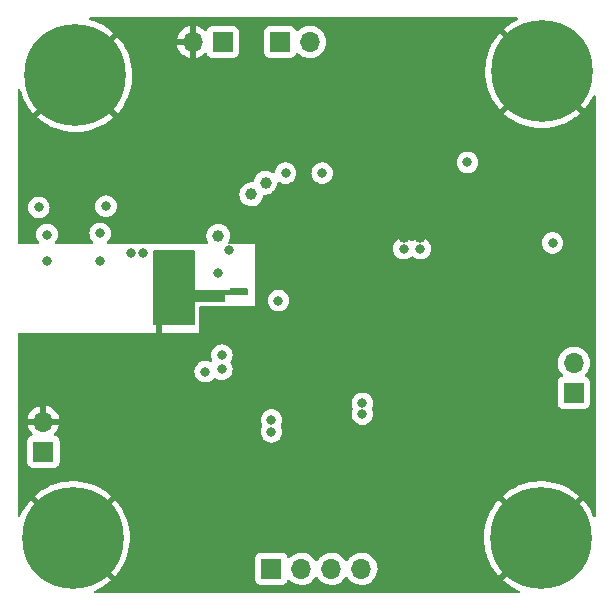
<source format=gbr>
%TF.GenerationSoftware,KiCad,Pcbnew,(6.0.7)*%
%TF.CreationDate,2023-05-29T18:59:42-07:00*%
%TF.ProjectId,STM32F4_Breakout,53544d33-3246-4345-9f42-7265616b6f75,rev?*%
%TF.SameCoordinates,Original*%
%TF.FileFunction,Copper,L2,Inr*%
%TF.FilePolarity,Positive*%
%FSLAX46Y46*%
G04 Gerber Fmt 4.6, Leading zero omitted, Abs format (unit mm)*
G04 Created by KiCad (PCBNEW (6.0.7)) date 2023-05-29 18:59:42*
%MOMM*%
%LPD*%
G01*
G04 APERTURE LIST*
%TA.AperFunction,ComponentPad*%
%ADD10R,1.700000X1.700000*%
%TD*%
%TA.AperFunction,ComponentPad*%
%ADD11O,1.700000X1.700000*%
%TD*%
%TA.AperFunction,ComponentPad*%
%ADD12C,0.900000*%
%TD*%
%TA.AperFunction,ComponentPad*%
%ADD13C,8.600000*%
%TD*%
%TA.AperFunction,ViaPad*%
%ADD14C,0.800000*%
%TD*%
%TA.AperFunction,ViaPad*%
%ADD15C,1.000000*%
%TD*%
%TA.AperFunction,Conductor*%
%ADD16C,0.500000*%
%TD*%
G04 APERTURE END LIST*
D10*
%TO.N,VCC*%
%TO.C,J1*%
X63100000Y-77075000D03*
D11*
%TO.N,GND*%
X63100000Y-74535000D03*
%TD*%
D10*
%TO.N,+3V3*%
%TO.C,J3*%
X78275000Y-42400000D03*
D11*
%TO.N,GND*%
X75735000Y-42400000D03*
%TD*%
D12*
%TO.N,GND*%
%TO.C,H2*%
X107480419Y-82119581D03*
X105200000Y-87625000D03*
X101975000Y-84400000D03*
X107480419Y-86680419D03*
D13*
X105200000Y-84400000D03*
D12*
X102919581Y-82119581D03*
X105200000Y-81175000D03*
X102919581Y-86680419D03*
X108425000Y-84400000D03*
%TD*%
D10*
%TO.N,USART1_TX*%
%TO.C,J6*%
X108000000Y-72100000D03*
D11*
%TO.N,USART1_RX*%
X108000000Y-69560000D03*
%TD*%
D12*
%TO.N,GND*%
%TO.C,H3*%
X103039162Y-47160838D03*
X108544581Y-44880419D03*
X107600000Y-47160838D03*
X102094581Y-44880419D03*
X105319581Y-48105419D03*
X107600000Y-42600000D03*
X105319581Y-41655419D03*
D13*
X105319581Y-44880419D03*
D12*
X103039162Y-42600000D03*
%TD*%
D10*
%TO.N,SPI1_CS*%
%TO.C,J5*%
X82400000Y-87000000D03*
D11*
%TO.N,SPI1_SCK*%
X84940000Y-87000000D03*
%TO.N,SPI1_MISO*%
X87480000Y-87000000D03*
%TO.N,SPI1_MOSI*%
X90020000Y-87000000D03*
%TD*%
D12*
%TO.N,GND*%
%TO.C,H4*%
X69025000Y-45200000D03*
X63519581Y-47480419D03*
X68080419Y-42919581D03*
X65800000Y-41975000D03*
D13*
X65800000Y-45200000D03*
D12*
X68080419Y-47480419D03*
X65800000Y-48425000D03*
X62575000Y-45200000D03*
X63519581Y-42919581D03*
%TD*%
%TO.N,GND*%
%TO.C,H1*%
X67880419Y-86680419D03*
X68825000Y-84400000D03*
X63319581Y-86680419D03*
X65600000Y-87625000D03*
X62375000Y-84400000D03*
D13*
X65600000Y-84400000D03*
D12*
X67880419Y-82119581D03*
X65600000Y-81175000D03*
X63319581Y-82119581D03*
%TD*%
D10*
%TO.N,I2C1_SDA*%
%TO.C,J2*%
X83125000Y-42400000D03*
D11*
%TO.N,I2C1_SCL*%
X85665000Y-42400000D03*
%TD*%
D14*
%TO.N,GND*%
X92000000Y-71000000D03*
X108200000Y-55100000D03*
X80400000Y-72400000D03*
D15*
X93600000Y-58900000D03*
D14*
X72900000Y-65900000D03*
X108200000Y-56400000D03*
D15*
X93100000Y-71800000D03*
X61900000Y-68500000D03*
X95000000Y-58900000D03*
D14*
X87400000Y-74300000D03*
D15*
X61900000Y-71600000D03*
D14*
X88800000Y-75400000D03*
D15*
X77900000Y-57200000D03*
D14*
X71500000Y-60300000D03*
X92000000Y-72000000D03*
D15*
X96100000Y-61100000D03*
D14*
X70500000Y-60300000D03*
D15*
X64000000Y-70100000D03*
D14*
X108100000Y-52600000D03*
X78800000Y-60000000D03*
X80400000Y-73300000D03*
D15*
X82800000Y-55400000D03*
D14*
X78100000Y-65600000D03*
X72900000Y-67800000D03*
D15*
X61900000Y-70100000D03*
D14*
X75500000Y-60500000D03*
D15*
X64000000Y-71600000D03*
D14*
X77100000Y-65600000D03*
%TO.N,+3V3*%
X67900000Y-58600000D03*
X78200000Y-68900000D03*
D15*
X80700000Y-55300000D03*
D14*
X90100000Y-73000000D03*
X76800000Y-70300000D03*
X82400000Y-74400000D03*
X82400000Y-75400000D03*
X67900000Y-60900000D03*
X90100000Y-73900000D03*
D15*
X77900000Y-58800000D03*
D14*
X86700000Y-53500000D03*
X95000000Y-59900000D03*
X106200000Y-59400000D03*
X78200000Y-70100000D03*
X63400000Y-58700000D03*
X93600000Y-59900000D03*
X68400000Y-56300000D03*
D15*
X81900000Y-54300000D03*
D14*
X77880356Y-61975111D03*
X83600000Y-53500000D03*
X62700000Y-56400000D03*
X63400000Y-60900000D03*
%TO.N,NRST*%
X83000000Y-64300000D03*
X99000000Y-52600000D03*
%TD*%
D16*
%TO.N,GND*%
X72900000Y-67800000D02*
X72900000Y-65900000D01*
%TD*%
%TA.AperFunction,Conductor*%
%TO.N,GND*%
G36*
X103246227Y-40328502D02*
G01*
X103292720Y-40382158D01*
X103302824Y-40452432D01*
X103273330Y-40517012D01*
X103230857Y-40548926D01*
X103114714Y-40602469D01*
X103109745Y-40605033D01*
X102743162Y-40815403D01*
X102738429Y-40818406D01*
X102392001Y-41060528D01*
X102387560Y-41063936D01*
X102116057Y-41292158D01*
X102107612Y-41304875D01*
X102113720Y-41315348D01*
X102513074Y-41714702D01*
X102974373Y-42176002D01*
X103039161Y-42240790D01*
X103924459Y-43126087D01*
X107600000Y-46801628D01*
X108485298Y-47686925D01*
X108881726Y-48083353D01*
X108895484Y-48090865D01*
X108904844Y-48084408D01*
X109073825Y-47891722D01*
X109077325Y-47887354D01*
X109326654Y-47546064D01*
X109329749Y-47541406D01*
X109547741Y-47179322D01*
X109550422Y-47174383D01*
X109652204Y-46965237D01*
X109699998Y-46912737D01*
X109768589Y-46894411D01*
X109836199Y-46916077D01*
X109881362Y-46970856D01*
X109891500Y-47020373D01*
X109891500Y-82527958D01*
X109871498Y-82596079D01*
X109817842Y-82642572D01*
X109747568Y-82652676D01*
X109682988Y-82623182D01*
X109649474Y-82577089D01*
X109545107Y-82330618D01*
X109542683Y-82325536D01*
X109343936Y-81952535D01*
X109341085Y-81947713D01*
X109109974Y-81593865D01*
X109106692Y-81589297D01*
X108845030Y-81257380D01*
X108841382Y-81253155D01*
X108788103Y-81196715D01*
X108774389Y-81188705D01*
X108773517Y-81188742D01*
X108765438Y-81193772D01*
X108365717Y-81593493D01*
X107480419Y-82478790D01*
X106954332Y-83004878D01*
X103804879Y-86154331D01*
X102919581Y-87039628D01*
X102393494Y-87565716D01*
X101996736Y-87962474D01*
X101989122Y-87976418D01*
X101989171Y-87977110D01*
X101994617Y-87985274D01*
X102072268Y-88057812D01*
X102076507Y-88061433D01*
X102409802Y-88321363D01*
X102414359Y-88324602D01*
X102769448Y-88553880D01*
X102774250Y-88556686D01*
X103148316Y-88753491D01*
X103153374Y-88755871D01*
X103377074Y-88849218D01*
X103432238Y-88893911D01*
X103454482Y-88961333D01*
X103436744Y-89030078D01*
X103384655Y-89078320D01*
X103328551Y-89091500D01*
X67472960Y-89091500D01*
X67404839Y-89071498D01*
X67358346Y-89017842D01*
X67348242Y-88947568D01*
X67377736Y-88882988D01*
X67423222Y-88849732D01*
X67692126Y-88734202D01*
X67697169Y-88731764D01*
X68069131Y-88531063D01*
X68073935Y-88528188D01*
X68426563Y-88295231D01*
X68431126Y-88291916D01*
X68761658Y-88028529D01*
X68765873Y-88024852D01*
X68803823Y-87988649D01*
X68811763Y-87974890D01*
X68811713Y-87973843D01*
X68806822Y-87966032D01*
X68738924Y-87898134D01*
X81041500Y-87898134D01*
X81048255Y-87960316D01*
X81099385Y-88096705D01*
X81186739Y-88213261D01*
X81303295Y-88300615D01*
X81439684Y-88351745D01*
X81501866Y-88358500D01*
X83298134Y-88358500D01*
X83360316Y-88351745D01*
X83496705Y-88300615D01*
X83613261Y-88213261D01*
X83700615Y-88096705D01*
X83739156Y-87993898D01*
X83744598Y-87979382D01*
X83787240Y-87922618D01*
X83853802Y-87897918D01*
X83923150Y-87913126D01*
X83957817Y-87941114D01*
X83986250Y-87973938D01*
X84123996Y-88088297D01*
X84150420Y-88110234D01*
X84158126Y-88116632D01*
X84351000Y-88229338D01*
X84559692Y-88309030D01*
X84564760Y-88310061D01*
X84564763Y-88310062D01*
X84620310Y-88321363D01*
X84778597Y-88353567D01*
X84783772Y-88353757D01*
X84783774Y-88353757D01*
X84996673Y-88361564D01*
X84996677Y-88361564D01*
X85001837Y-88361753D01*
X85006957Y-88361097D01*
X85006959Y-88361097D01*
X85218288Y-88334025D01*
X85218289Y-88334025D01*
X85223416Y-88333368D01*
X85228366Y-88331883D01*
X85432429Y-88270661D01*
X85432434Y-88270659D01*
X85437384Y-88269174D01*
X85637994Y-88170896D01*
X85819860Y-88041173D01*
X85867301Y-87993898D01*
X85963616Y-87897918D01*
X85978096Y-87883489D01*
X86108453Y-87702077D01*
X86109776Y-87703028D01*
X86156645Y-87659857D01*
X86226580Y-87647625D01*
X86292026Y-87675144D01*
X86319875Y-87706994D01*
X86379987Y-87805088D01*
X86526250Y-87973938D01*
X86663996Y-88088297D01*
X86690420Y-88110234D01*
X86698126Y-88116632D01*
X86891000Y-88229338D01*
X87099692Y-88309030D01*
X87104760Y-88310061D01*
X87104763Y-88310062D01*
X87160310Y-88321363D01*
X87318597Y-88353567D01*
X87323772Y-88353757D01*
X87323774Y-88353757D01*
X87536673Y-88361564D01*
X87536677Y-88361564D01*
X87541837Y-88361753D01*
X87546957Y-88361097D01*
X87546959Y-88361097D01*
X87758288Y-88334025D01*
X87758289Y-88334025D01*
X87763416Y-88333368D01*
X87768366Y-88331883D01*
X87972429Y-88270661D01*
X87972434Y-88270659D01*
X87977384Y-88269174D01*
X88177994Y-88170896D01*
X88359860Y-88041173D01*
X88407301Y-87993898D01*
X88503616Y-87897918D01*
X88518096Y-87883489D01*
X88648453Y-87702077D01*
X88649776Y-87703028D01*
X88696645Y-87659857D01*
X88766580Y-87647625D01*
X88832026Y-87675144D01*
X88859875Y-87706994D01*
X88919987Y-87805088D01*
X89066250Y-87973938D01*
X89203996Y-88088297D01*
X89230420Y-88110234D01*
X89238126Y-88116632D01*
X89431000Y-88229338D01*
X89639692Y-88309030D01*
X89644760Y-88310061D01*
X89644763Y-88310062D01*
X89700310Y-88321363D01*
X89858597Y-88353567D01*
X89863772Y-88353757D01*
X89863774Y-88353757D01*
X90076673Y-88361564D01*
X90076677Y-88361564D01*
X90081837Y-88361753D01*
X90086957Y-88361097D01*
X90086959Y-88361097D01*
X90298288Y-88334025D01*
X90298289Y-88334025D01*
X90303416Y-88333368D01*
X90308366Y-88331883D01*
X90512429Y-88270661D01*
X90512434Y-88270659D01*
X90517384Y-88269174D01*
X90717994Y-88170896D01*
X90899860Y-88041173D01*
X90947301Y-87993898D01*
X91043616Y-87897918D01*
X91058096Y-87883489D01*
X91188453Y-87702077D01*
X91209320Y-87659857D01*
X91285136Y-87506453D01*
X91285137Y-87506451D01*
X91287430Y-87501811D01*
X91352370Y-87288069D01*
X91381529Y-87066590D01*
X91383156Y-87000000D01*
X91364852Y-86777361D01*
X91310431Y-86560702D01*
X91221354Y-86355840D01*
X91181906Y-86294862D01*
X91102822Y-86172617D01*
X91102820Y-86172614D01*
X91100014Y-86168277D01*
X90949670Y-86003051D01*
X90945619Y-85999852D01*
X90945615Y-85999848D01*
X90778414Y-85867800D01*
X90778410Y-85867798D01*
X90774359Y-85864598D01*
X90578789Y-85756638D01*
X90573920Y-85754914D01*
X90573916Y-85754912D01*
X90373087Y-85683795D01*
X90373083Y-85683794D01*
X90368212Y-85682069D01*
X90363119Y-85681162D01*
X90363116Y-85681161D01*
X90153373Y-85643800D01*
X90153367Y-85643799D01*
X90148284Y-85642894D01*
X90074452Y-85641992D01*
X89930081Y-85640228D01*
X89930079Y-85640228D01*
X89924911Y-85640165D01*
X89704091Y-85673955D01*
X89491756Y-85743357D01*
X89461443Y-85759137D01*
X89392317Y-85795122D01*
X89293607Y-85846507D01*
X89289474Y-85849610D01*
X89289471Y-85849612D01*
X89119100Y-85977530D01*
X89114965Y-85980635D01*
X89111393Y-85984373D01*
X88974571Y-86127549D01*
X88960629Y-86142138D01*
X88853201Y-86299621D01*
X88798293Y-86344621D01*
X88727768Y-86352792D01*
X88664021Y-86321538D01*
X88643324Y-86297054D01*
X88562822Y-86172617D01*
X88562820Y-86172614D01*
X88560014Y-86168277D01*
X88409670Y-86003051D01*
X88405619Y-85999852D01*
X88405615Y-85999848D01*
X88238414Y-85867800D01*
X88238410Y-85867798D01*
X88234359Y-85864598D01*
X88038789Y-85756638D01*
X88033920Y-85754914D01*
X88033916Y-85754912D01*
X87833087Y-85683795D01*
X87833083Y-85683794D01*
X87828212Y-85682069D01*
X87823119Y-85681162D01*
X87823116Y-85681161D01*
X87613373Y-85643800D01*
X87613367Y-85643799D01*
X87608284Y-85642894D01*
X87534452Y-85641992D01*
X87390081Y-85640228D01*
X87390079Y-85640228D01*
X87384911Y-85640165D01*
X87164091Y-85673955D01*
X86951756Y-85743357D01*
X86921443Y-85759137D01*
X86852317Y-85795122D01*
X86753607Y-85846507D01*
X86749474Y-85849610D01*
X86749471Y-85849612D01*
X86579100Y-85977530D01*
X86574965Y-85980635D01*
X86571393Y-85984373D01*
X86434571Y-86127549D01*
X86420629Y-86142138D01*
X86313201Y-86299621D01*
X86258293Y-86344621D01*
X86187768Y-86352792D01*
X86124021Y-86321538D01*
X86103324Y-86297054D01*
X86022822Y-86172617D01*
X86022820Y-86172614D01*
X86020014Y-86168277D01*
X85869670Y-86003051D01*
X85865619Y-85999852D01*
X85865615Y-85999848D01*
X85698414Y-85867800D01*
X85698410Y-85867798D01*
X85694359Y-85864598D01*
X85498789Y-85756638D01*
X85493920Y-85754914D01*
X85493916Y-85754912D01*
X85293087Y-85683795D01*
X85293083Y-85683794D01*
X85288212Y-85682069D01*
X85283119Y-85681162D01*
X85283116Y-85681161D01*
X85073373Y-85643800D01*
X85073367Y-85643799D01*
X85068284Y-85642894D01*
X84994452Y-85641992D01*
X84850081Y-85640228D01*
X84850079Y-85640228D01*
X84844911Y-85640165D01*
X84624091Y-85673955D01*
X84411756Y-85743357D01*
X84381443Y-85759137D01*
X84312317Y-85795122D01*
X84213607Y-85846507D01*
X84209474Y-85849610D01*
X84209471Y-85849612D01*
X84039100Y-85977530D01*
X84034965Y-85980635D01*
X83978537Y-86039684D01*
X83954283Y-86065064D01*
X83892759Y-86100494D01*
X83821846Y-86097037D01*
X83764060Y-86055791D01*
X83745207Y-86022243D01*
X83703767Y-85911703D01*
X83700615Y-85903295D01*
X83613261Y-85786739D01*
X83496705Y-85699385D01*
X83360316Y-85648255D01*
X83298134Y-85641500D01*
X81501866Y-85641500D01*
X81439684Y-85648255D01*
X81303295Y-85699385D01*
X81186739Y-85786739D01*
X81099385Y-85903295D01*
X81048255Y-86039684D01*
X81041500Y-86101866D01*
X81041500Y-87898134D01*
X68738924Y-87898134D01*
X68406507Y-87565717D01*
X67521210Y-86680419D01*
X66995122Y-86154332D01*
X65241922Y-84401132D01*
X65964408Y-84401132D01*
X65964539Y-84402965D01*
X65968790Y-84409580D01*
X67354331Y-85795121D01*
X67870621Y-86311412D01*
X67880418Y-86321209D01*
X68765716Y-87206506D01*
X69162142Y-87602932D01*
X69175903Y-87610446D01*
X69185263Y-87603989D01*
X69354244Y-87411303D01*
X69357744Y-87406935D01*
X69607073Y-87065645D01*
X69610168Y-87060987D01*
X69828160Y-86698903D01*
X69830841Y-86693964D01*
X70015779Y-86313946D01*
X70018014Y-86308780D01*
X70168442Y-85913815D01*
X70170201Y-85908496D01*
X70284920Y-85501730D01*
X70286204Y-85496259D01*
X70364315Y-85080883D01*
X70365102Y-85075346D01*
X70406035Y-84654102D01*
X70406308Y-84649665D01*
X70412788Y-84402233D01*
X70412746Y-84397762D01*
X70407360Y-84276825D01*
X100388855Y-84276825D01*
X100396600Y-84699410D01*
X100396950Y-84704976D01*
X100442231Y-85125208D01*
X100443078Y-85130746D01*
X100525535Y-85545286D01*
X100526864Y-85550698D01*
X100645852Y-85956289D01*
X100647658Y-85961564D01*
X100802219Y-86354948D01*
X100804501Y-86360072D01*
X100993416Y-86738150D01*
X100996140Y-86743043D01*
X101217917Y-87102833D01*
X101221068Y-87107469D01*
X101473955Y-87446127D01*
X101477488Y-87450444D01*
X101613222Y-87601988D01*
X101626717Y-87610351D01*
X101636128Y-87604662D01*
X102034283Y-87206507D01*
X102919581Y-86321210D01*
X102929378Y-86311413D01*
X103445668Y-85795122D01*
X104827978Y-84412812D01*
X104835592Y-84398868D01*
X104835461Y-84397035D01*
X104831210Y-84390420D01*
X103445669Y-83004879D01*
X102560372Y-82119581D01*
X102034284Y-81593494D01*
X101635561Y-81194771D01*
X101622253Y-81187504D01*
X101612214Y-81194626D01*
X101368223Y-81487994D01*
X101364828Y-81492467D01*
X101124528Y-81840152D01*
X101121549Y-81844902D01*
X100913106Y-82212575D01*
X100910562Y-82217568D01*
X100735629Y-82602312D01*
X100733538Y-82607511D01*
X100593498Y-83006290D01*
X100591877Y-83011659D01*
X100487840Y-83421303D01*
X100486706Y-83426776D01*
X100419496Y-83844054D01*
X100418851Y-83849632D01*
X100389002Y-84271204D01*
X100388855Y-84276825D01*
X70407360Y-84276825D01*
X70393917Y-83974973D01*
X70393419Y-83969386D01*
X70337155Y-83550499D01*
X70336162Y-83544976D01*
X70242883Y-83132748D01*
X70241410Y-83127361D01*
X70111847Y-82725025D01*
X70109910Y-82719815D01*
X69945098Y-82330599D01*
X69942683Y-82325536D01*
X69743936Y-81952535D01*
X69741085Y-81947713D01*
X69509974Y-81593865D01*
X69506692Y-81589297D01*
X69245030Y-81257380D01*
X69241382Y-81253155D01*
X69188103Y-81196715D01*
X69174389Y-81188705D01*
X69173517Y-81188742D01*
X69165438Y-81193772D01*
X68765717Y-81593493D01*
X67880419Y-82478790D01*
X67354332Y-83004878D01*
X65972022Y-84387188D01*
X65964408Y-84401132D01*
X65241922Y-84401132D01*
X63845669Y-83004879D01*
X62960372Y-82119581D01*
X62434284Y-81593494D01*
X62035561Y-81194771D01*
X62022253Y-81187504D01*
X62012214Y-81194626D01*
X61768223Y-81487994D01*
X61764828Y-81492467D01*
X61524528Y-81840152D01*
X61521549Y-81844902D01*
X61313106Y-82212575D01*
X61310562Y-82217568D01*
X61149201Y-82572461D01*
X61102797Y-82626194D01*
X61034710Y-82646310D01*
X60966556Y-82626421D01*
X60919974Y-82572843D01*
X60908500Y-82520310D01*
X60908500Y-80824456D01*
X62388031Y-80824456D01*
X62394139Y-80834929D01*
X62793493Y-81234283D01*
X63319580Y-81760371D01*
X64204878Y-82645668D01*
X65587188Y-84027978D01*
X65601132Y-84035592D01*
X65602965Y-84035461D01*
X65609580Y-84031210D01*
X66995121Y-82645669D01*
X67880419Y-81760372D01*
X68406506Y-81234284D01*
X68802754Y-80838036D01*
X68810169Y-80824456D01*
X101988031Y-80824456D01*
X101994139Y-80834929D01*
X102393493Y-81234283D01*
X102919580Y-81760371D01*
X103804878Y-82645668D01*
X105187188Y-84027978D01*
X105201132Y-84035592D01*
X105202965Y-84035461D01*
X105209580Y-84031210D01*
X106595121Y-82645669D01*
X107480419Y-81760372D01*
X108006506Y-81234284D01*
X108402754Y-80838036D01*
X108410316Y-80824187D01*
X108403987Y-80814962D01*
X108230928Y-80661582D01*
X108226561Y-80658046D01*
X107886600Y-80406948D01*
X107881947Y-80403821D01*
X107520995Y-80183926D01*
X107516094Y-80181232D01*
X107137027Y-79994297D01*
X107131904Y-79992048D01*
X106737707Y-79839545D01*
X106732417Y-79837765D01*
X106326218Y-79720904D01*
X106320794Y-79719602D01*
X105905822Y-79639316D01*
X105900293Y-79638500D01*
X105479828Y-79595420D01*
X105474247Y-79595098D01*
X105051635Y-79589566D01*
X105046024Y-79589742D01*
X104624593Y-79621800D01*
X104619036Y-79622472D01*
X104202128Y-79691864D01*
X104196631Y-79693032D01*
X103787547Y-79799209D01*
X103782181Y-79800861D01*
X103384153Y-79942983D01*
X103378965Y-79945100D01*
X102995133Y-80122050D01*
X102990164Y-80124614D01*
X102623581Y-80334984D01*
X102618848Y-80337987D01*
X102272420Y-80580109D01*
X102267979Y-80583517D01*
X101996476Y-80811739D01*
X101988031Y-80824456D01*
X68810169Y-80824456D01*
X68810316Y-80824187D01*
X68803987Y-80814962D01*
X68630928Y-80661582D01*
X68626561Y-80658046D01*
X68286600Y-80406948D01*
X68281947Y-80403821D01*
X67920995Y-80183926D01*
X67916094Y-80181232D01*
X67537027Y-79994297D01*
X67531904Y-79992048D01*
X67137707Y-79839545D01*
X67132417Y-79837765D01*
X66726218Y-79720904D01*
X66720794Y-79719602D01*
X66305822Y-79639316D01*
X66300293Y-79638500D01*
X65879828Y-79595420D01*
X65874247Y-79595098D01*
X65451635Y-79589566D01*
X65446024Y-79589742D01*
X65024593Y-79621800D01*
X65019036Y-79622472D01*
X64602128Y-79691864D01*
X64596631Y-79693032D01*
X64187547Y-79799209D01*
X64182181Y-79800861D01*
X63784153Y-79942983D01*
X63778965Y-79945100D01*
X63395133Y-80122050D01*
X63390164Y-80124614D01*
X63023581Y-80334984D01*
X63018848Y-80337987D01*
X62672420Y-80580109D01*
X62667979Y-80583517D01*
X62396476Y-80811739D01*
X62388031Y-80824456D01*
X60908500Y-80824456D01*
X60908500Y-77973134D01*
X61741500Y-77973134D01*
X61748255Y-78035316D01*
X61799385Y-78171705D01*
X61886739Y-78288261D01*
X62003295Y-78375615D01*
X62139684Y-78426745D01*
X62201866Y-78433500D01*
X63998134Y-78433500D01*
X64060316Y-78426745D01*
X64196705Y-78375615D01*
X64313261Y-78288261D01*
X64400615Y-78171705D01*
X64451745Y-78035316D01*
X64458500Y-77973134D01*
X64458500Y-76176866D01*
X64451745Y-76114684D01*
X64400615Y-75978295D01*
X64313261Y-75861739D01*
X64196705Y-75774385D01*
X64077687Y-75729767D01*
X64020923Y-75687125D01*
X63996223Y-75620564D01*
X64011430Y-75551215D01*
X64032977Y-75522535D01*
X64134052Y-75421812D01*
X64140730Y-75413965D01*
X64150765Y-75400000D01*
X81486496Y-75400000D01*
X81487186Y-75406565D01*
X81488789Y-75421812D01*
X81506458Y-75589928D01*
X81565473Y-75771556D01*
X81660960Y-75936944D01*
X81665378Y-75941851D01*
X81665379Y-75941852D01*
X81705763Y-75986703D01*
X81788747Y-76078866D01*
X81943248Y-76191118D01*
X81949276Y-76193802D01*
X81949278Y-76193803D01*
X82111681Y-76266109D01*
X82117712Y-76268794D01*
X82211113Y-76288647D01*
X82298056Y-76307128D01*
X82298061Y-76307128D01*
X82304513Y-76308500D01*
X82495487Y-76308500D01*
X82501939Y-76307128D01*
X82501944Y-76307128D01*
X82588887Y-76288647D01*
X82682288Y-76268794D01*
X82688319Y-76266109D01*
X82850722Y-76193803D01*
X82850724Y-76193802D01*
X82856752Y-76191118D01*
X83011253Y-76078866D01*
X83094237Y-75986703D01*
X83134621Y-75941852D01*
X83134622Y-75941851D01*
X83139040Y-75936944D01*
X83234527Y-75771556D01*
X83293542Y-75589928D01*
X83311212Y-75421812D01*
X83312814Y-75406565D01*
X83313504Y-75400000D01*
X83293542Y-75210072D01*
X83234527Y-75028444D01*
X83196743Y-74963000D01*
X83180005Y-74894005D01*
X83196743Y-74837000D01*
X83231223Y-74777279D01*
X83231224Y-74777278D01*
X83234527Y-74771556D01*
X83293542Y-74589928D01*
X83313504Y-74400000D01*
X83300821Y-74279329D01*
X83294232Y-74216635D01*
X83294232Y-74216633D01*
X83293542Y-74210072D01*
X83234527Y-74028444D01*
X83160370Y-73900000D01*
X89186496Y-73900000D01*
X89187186Y-73906565D01*
X89203290Y-74059783D01*
X89206458Y-74089928D01*
X89265473Y-74271556D01*
X89268776Y-74277278D01*
X89268777Y-74277279D01*
X89302686Y-74336010D01*
X89360960Y-74436944D01*
X89488747Y-74578866D01*
X89643248Y-74691118D01*
X89649276Y-74693802D01*
X89649278Y-74693803D01*
X89809799Y-74765271D01*
X89817712Y-74768794D01*
X89911112Y-74788647D01*
X89998056Y-74807128D01*
X89998061Y-74807128D01*
X90004513Y-74808500D01*
X90195487Y-74808500D01*
X90201939Y-74807128D01*
X90201944Y-74807128D01*
X90288888Y-74788647D01*
X90382288Y-74768794D01*
X90390201Y-74765271D01*
X90550722Y-74693803D01*
X90550724Y-74693802D01*
X90556752Y-74691118D01*
X90711253Y-74578866D01*
X90839040Y-74436944D01*
X90897314Y-74336010D01*
X90931223Y-74277279D01*
X90931224Y-74277278D01*
X90934527Y-74271556D01*
X90993542Y-74089928D01*
X90996711Y-74059783D01*
X91012814Y-73906565D01*
X91013504Y-73900000D01*
X90993542Y-73710072D01*
X90934527Y-73528444D01*
X90925611Y-73513001D01*
X90908872Y-73444007D01*
X90925611Y-73386998D01*
X90931224Y-73377277D01*
X90934527Y-73371556D01*
X90993542Y-73189928D01*
X91013504Y-73000000D01*
X90993542Y-72810072D01*
X90934527Y-72628444D01*
X90839040Y-72463056D01*
X90711253Y-72321134D01*
X90556752Y-72208882D01*
X90550724Y-72206198D01*
X90550722Y-72206197D01*
X90388319Y-72133891D01*
X90388318Y-72133891D01*
X90382288Y-72131206D01*
X90288888Y-72111353D01*
X90201944Y-72092872D01*
X90201939Y-72092872D01*
X90195487Y-72091500D01*
X90004513Y-72091500D01*
X89998061Y-72092872D01*
X89998056Y-72092872D01*
X89911112Y-72111353D01*
X89817712Y-72131206D01*
X89811682Y-72133891D01*
X89811681Y-72133891D01*
X89649278Y-72206197D01*
X89649276Y-72206198D01*
X89643248Y-72208882D01*
X89488747Y-72321134D01*
X89360960Y-72463056D01*
X89265473Y-72628444D01*
X89206458Y-72810072D01*
X89186496Y-73000000D01*
X89206458Y-73189928D01*
X89265473Y-73371556D01*
X89268776Y-73377277D01*
X89274389Y-73386998D01*
X89291128Y-73455993D01*
X89274390Y-73513000D01*
X89265473Y-73528444D01*
X89206458Y-73710072D01*
X89186496Y-73900000D01*
X83160370Y-73900000D01*
X83139040Y-73863056D01*
X83011253Y-73721134D01*
X82856752Y-73608882D01*
X82850724Y-73606198D01*
X82850722Y-73606197D01*
X82688319Y-73533891D01*
X82688318Y-73533891D01*
X82682288Y-73531206D01*
X82588887Y-73511353D01*
X82501944Y-73492872D01*
X82501939Y-73492872D01*
X82495487Y-73491500D01*
X82304513Y-73491500D01*
X82298061Y-73492872D01*
X82298056Y-73492872D01*
X82211113Y-73511353D01*
X82117712Y-73531206D01*
X82111682Y-73533891D01*
X82111681Y-73533891D01*
X81949278Y-73606197D01*
X81949276Y-73606198D01*
X81943248Y-73608882D01*
X81788747Y-73721134D01*
X81660960Y-73863056D01*
X81565473Y-74028444D01*
X81506458Y-74210072D01*
X81505768Y-74216633D01*
X81505768Y-74216635D01*
X81499179Y-74279329D01*
X81486496Y-74400000D01*
X81506458Y-74589928D01*
X81565473Y-74771556D01*
X81568776Y-74777278D01*
X81568777Y-74777279D01*
X81603257Y-74837000D01*
X81619995Y-74905995D01*
X81603257Y-74963000D01*
X81565473Y-75028444D01*
X81506458Y-75210072D01*
X81486496Y-75400000D01*
X64150765Y-75400000D01*
X64265003Y-75241020D01*
X64270313Y-75232183D01*
X64364670Y-75041267D01*
X64368469Y-75031672D01*
X64430377Y-74827910D01*
X64432555Y-74817837D01*
X64433986Y-74806962D01*
X64431775Y-74792778D01*
X64418617Y-74789000D01*
X61783225Y-74789000D01*
X61769694Y-74792973D01*
X61768257Y-74802966D01*
X61798565Y-74937446D01*
X61801645Y-74947275D01*
X61881770Y-75144603D01*
X61886413Y-75153794D01*
X61997694Y-75335388D01*
X62003777Y-75343699D01*
X62143213Y-75504667D01*
X62150577Y-75511879D01*
X62155522Y-75515985D01*
X62195156Y-75574889D01*
X62196653Y-75645870D01*
X62159537Y-75706392D01*
X62119264Y-75730910D01*
X62011705Y-75771232D01*
X62011704Y-75771233D01*
X62003295Y-75774385D01*
X61886739Y-75861739D01*
X61799385Y-75978295D01*
X61748255Y-76114684D01*
X61741500Y-76176866D01*
X61741500Y-77973134D01*
X60908500Y-77973134D01*
X60908500Y-74269183D01*
X61764389Y-74269183D01*
X61765912Y-74277607D01*
X61778292Y-74281000D01*
X62827885Y-74281000D01*
X62843124Y-74276525D01*
X62844329Y-74275135D01*
X62846000Y-74267452D01*
X62846000Y-74262885D01*
X63354000Y-74262885D01*
X63358475Y-74278124D01*
X63359865Y-74279329D01*
X63367548Y-74281000D01*
X64418344Y-74281000D01*
X64431875Y-74277027D01*
X64433180Y-74267947D01*
X64391214Y-74100875D01*
X64387894Y-74091124D01*
X64302972Y-73895814D01*
X64298105Y-73886739D01*
X64182426Y-73707926D01*
X64176136Y-73699757D01*
X64032806Y-73542240D01*
X64025273Y-73535215D01*
X63858139Y-73403222D01*
X63849552Y-73397517D01*
X63663117Y-73294599D01*
X63653705Y-73290369D01*
X63452959Y-73219280D01*
X63442988Y-73216646D01*
X63371837Y-73203972D01*
X63358540Y-73205432D01*
X63354000Y-73219989D01*
X63354000Y-74262885D01*
X62846000Y-74262885D01*
X62846000Y-73218102D01*
X62842082Y-73204758D01*
X62827806Y-73202771D01*
X62789324Y-73208660D01*
X62779288Y-73211051D01*
X62576868Y-73277212D01*
X62567359Y-73281209D01*
X62378463Y-73379542D01*
X62369738Y-73385036D01*
X62199433Y-73512905D01*
X62191726Y-73519748D01*
X62044590Y-73673717D01*
X62038104Y-73681727D01*
X61918098Y-73857649D01*
X61913000Y-73866623D01*
X61823338Y-74059783D01*
X61819775Y-74069470D01*
X61764389Y-74269183D01*
X60908500Y-74269183D01*
X60908500Y-70300000D01*
X75886496Y-70300000D01*
X75887186Y-70306565D01*
X75905129Y-70477279D01*
X75906458Y-70489928D01*
X75965473Y-70671556D01*
X76060960Y-70836944D01*
X76065378Y-70841851D01*
X76065379Y-70841852D01*
X76179678Y-70968794D01*
X76188747Y-70978866D01*
X76343248Y-71091118D01*
X76349276Y-71093802D01*
X76349278Y-71093803D01*
X76511681Y-71166109D01*
X76517712Y-71168794D01*
X76611112Y-71188647D01*
X76698056Y-71207128D01*
X76698061Y-71207128D01*
X76704513Y-71208500D01*
X76895487Y-71208500D01*
X76901939Y-71207128D01*
X76901944Y-71207128D01*
X76988888Y-71188647D01*
X77082288Y-71168794D01*
X77088319Y-71166109D01*
X77250722Y-71093803D01*
X77250724Y-71093802D01*
X77256752Y-71091118D01*
X77411253Y-70978866D01*
X77420322Y-70968794D01*
X77514397Y-70864313D01*
X77574843Y-70827073D01*
X77645827Y-70828425D01*
X77682094Y-70846687D01*
X77729815Y-70881358D01*
X77743248Y-70891118D01*
X77749276Y-70893802D01*
X77749278Y-70893803D01*
X77749539Y-70893919D01*
X77917712Y-70968794D01*
X77983365Y-70982749D01*
X78098056Y-71007128D01*
X78098061Y-71007128D01*
X78104513Y-71008500D01*
X78295487Y-71008500D01*
X78301939Y-71007128D01*
X78301944Y-71007128D01*
X78416635Y-70982749D01*
X78482288Y-70968794D01*
X78650461Y-70893919D01*
X78650722Y-70893803D01*
X78650724Y-70893802D01*
X78656752Y-70891118D01*
X78670186Y-70881358D01*
X78717906Y-70846687D01*
X78811253Y-70778866D01*
X78838815Y-70748255D01*
X78934621Y-70641852D01*
X78934622Y-70641851D01*
X78939040Y-70636944D01*
X79034527Y-70471556D01*
X79093542Y-70289928D01*
X79113504Y-70100000D01*
X79108970Y-70056857D01*
X79094232Y-69916635D01*
X79094232Y-69916633D01*
X79093542Y-69910072D01*
X79034527Y-69728444D01*
X78975722Y-69626590D01*
X78939040Y-69563056D01*
X78941777Y-69561476D01*
X78929224Y-69526695D01*
X106637251Y-69526695D01*
X106637548Y-69531848D01*
X106637548Y-69531851D01*
X106642979Y-69626045D01*
X106650110Y-69749715D01*
X106651247Y-69754761D01*
X106651248Y-69754767D01*
X106654405Y-69768774D01*
X106699222Y-69967639D01*
X106783266Y-70174616D01*
X106899987Y-70365088D01*
X107046250Y-70533938D01*
X107050230Y-70537242D01*
X107054981Y-70541187D01*
X107094616Y-70600090D01*
X107096113Y-70671071D01*
X107058997Y-70731593D01*
X107018725Y-70756112D01*
X106971129Y-70773955D01*
X106903295Y-70799385D01*
X106786739Y-70886739D01*
X106699385Y-71003295D01*
X106648255Y-71139684D01*
X106641500Y-71201866D01*
X106641500Y-72998134D01*
X106648255Y-73060316D01*
X106699385Y-73196705D01*
X106786739Y-73313261D01*
X106903295Y-73400615D01*
X107039684Y-73451745D01*
X107101866Y-73458500D01*
X108898134Y-73458500D01*
X108960316Y-73451745D01*
X109096705Y-73400615D01*
X109213261Y-73313261D01*
X109300615Y-73196705D01*
X109351745Y-73060316D01*
X109358500Y-72998134D01*
X109358500Y-71201866D01*
X109351745Y-71139684D01*
X109300615Y-71003295D01*
X109213261Y-70886739D01*
X109096705Y-70799385D01*
X109028871Y-70773955D01*
X108978203Y-70754960D01*
X108921439Y-70712318D01*
X108896739Y-70645756D01*
X108911947Y-70576408D01*
X108933493Y-70547727D01*
X109034435Y-70447137D01*
X109038096Y-70443489D01*
X109097594Y-70360689D01*
X109165435Y-70266277D01*
X109168453Y-70262077D01*
X109240335Y-70116635D01*
X109265136Y-70066453D01*
X109265137Y-70066451D01*
X109267430Y-70061811D01*
X109332370Y-69848069D01*
X109361529Y-69626590D01*
X109363156Y-69560000D01*
X109344852Y-69337361D01*
X109290431Y-69120702D01*
X109201354Y-68915840D01*
X109080014Y-68728277D01*
X108929670Y-68563051D01*
X108925619Y-68559852D01*
X108925615Y-68559848D01*
X108758414Y-68427800D01*
X108758410Y-68427798D01*
X108754359Y-68424598D01*
X108558789Y-68316638D01*
X108553920Y-68314914D01*
X108553916Y-68314912D01*
X108353087Y-68243795D01*
X108353083Y-68243794D01*
X108348212Y-68242069D01*
X108343119Y-68241162D01*
X108343116Y-68241161D01*
X108133373Y-68203800D01*
X108133367Y-68203799D01*
X108128284Y-68202894D01*
X108054452Y-68201992D01*
X107910081Y-68200228D01*
X107910079Y-68200228D01*
X107904911Y-68200165D01*
X107684091Y-68233955D01*
X107471756Y-68303357D01*
X107273607Y-68406507D01*
X107269474Y-68409610D01*
X107269471Y-68409612D01*
X107102831Y-68534729D01*
X107094965Y-68540635D01*
X106940629Y-68702138D01*
X106814743Y-68886680D01*
X106720688Y-69089305D01*
X106660989Y-69304570D01*
X106637251Y-69526695D01*
X78929224Y-69526695D01*
X78922351Y-69507653D01*
X78938178Y-69438443D01*
X78939114Y-69436987D01*
X78939040Y-69436944D01*
X79031223Y-69277279D01*
X79031224Y-69277278D01*
X79034527Y-69271556D01*
X79093542Y-69089928D01*
X79113504Y-68900000D01*
X79095912Y-68732617D01*
X79094232Y-68716635D01*
X79094232Y-68716633D01*
X79093542Y-68710072D01*
X79034527Y-68528444D01*
X78939040Y-68363056D01*
X78811253Y-68221134D01*
X78656752Y-68108882D01*
X78650724Y-68106198D01*
X78650722Y-68106197D01*
X78488319Y-68033891D01*
X78488318Y-68033891D01*
X78482288Y-68031206D01*
X78388888Y-68011353D01*
X78301944Y-67992872D01*
X78301939Y-67992872D01*
X78295487Y-67991500D01*
X78104513Y-67991500D01*
X78098061Y-67992872D01*
X78098056Y-67992872D01*
X78011112Y-68011353D01*
X77917712Y-68031206D01*
X77911682Y-68033891D01*
X77911681Y-68033891D01*
X77749278Y-68106197D01*
X77749276Y-68106198D01*
X77743248Y-68108882D01*
X77588747Y-68221134D01*
X77460960Y-68363056D01*
X77365473Y-68528444D01*
X77306458Y-68710072D01*
X77305768Y-68716633D01*
X77305768Y-68716635D01*
X77304088Y-68732617D01*
X77286496Y-68900000D01*
X77306458Y-69089928D01*
X77365473Y-69271556D01*
X77384534Y-69304570D01*
X77393624Y-69320315D01*
X77410361Y-69389310D01*
X77387140Y-69456402D01*
X77331333Y-69500289D01*
X77260657Y-69507037D01*
X77233259Y-69498422D01*
X77098543Y-69438443D01*
X77088319Y-69433891D01*
X77088318Y-69433891D01*
X77082288Y-69431206D01*
X76988887Y-69411353D01*
X76901944Y-69392872D01*
X76901939Y-69392872D01*
X76895487Y-69391500D01*
X76704513Y-69391500D01*
X76698061Y-69392872D01*
X76698056Y-69392872D01*
X76611113Y-69411353D01*
X76517712Y-69431206D01*
X76511682Y-69433891D01*
X76511681Y-69433891D01*
X76349278Y-69506197D01*
X76349276Y-69506198D01*
X76343248Y-69508882D01*
X76337907Y-69512762D01*
X76337906Y-69512763D01*
X76311634Y-69531851D01*
X76188747Y-69621134D01*
X76184326Y-69626044D01*
X76184325Y-69626045D01*
X76077626Y-69744547D01*
X76060960Y-69763056D01*
X75965473Y-69928444D01*
X75906458Y-70110072D01*
X75886496Y-70300000D01*
X60908500Y-70300000D01*
X60908500Y-67126000D01*
X60928502Y-67057879D01*
X60982158Y-67011386D01*
X61034500Y-67000000D01*
X76250000Y-67000000D01*
X76250000Y-64876000D01*
X76270002Y-64807879D01*
X76323658Y-64761386D01*
X76376000Y-64750000D01*
X81000000Y-64750000D01*
X81000000Y-64300000D01*
X82086496Y-64300000D01*
X82106458Y-64489928D01*
X82165473Y-64671556D01*
X82260960Y-64836944D01*
X82388747Y-64978866D01*
X82543248Y-65091118D01*
X82549276Y-65093802D01*
X82549278Y-65093803D01*
X82711681Y-65166109D01*
X82717712Y-65168794D01*
X82811112Y-65188647D01*
X82898056Y-65207128D01*
X82898061Y-65207128D01*
X82904513Y-65208500D01*
X83095487Y-65208500D01*
X83101939Y-65207128D01*
X83101944Y-65207128D01*
X83188888Y-65188647D01*
X83282288Y-65168794D01*
X83288319Y-65166109D01*
X83450722Y-65093803D01*
X83450724Y-65093802D01*
X83456752Y-65091118D01*
X83611253Y-64978866D01*
X83739040Y-64836944D01*
X83834527Y-64671556D01*
X83893542Y-64489928D01*
X83913504Y-64300000D01*
X83893542Y-64110072D01*
X83834527Y-63928444D01*
X83739040Y-63763056D01*
X83611253Y-63621134D01*
X83456752Y-63508882D01*
X83450724Y-63506198D01*
X83450722Y-63506197D01*
X83288319Y-63433891D01*
X83288318Y-63433891D01*
X83282288Y-63431206D01*
X83188887Y-63411353D01*
X83101944Y-63392872D01*
X83101939Y-63392872D01*
X83095487Y-63391500D01*
X82904513Y-63391500D01*
X82898061Y-63392872D01*
X82898056Y-63392872D01*
X82811113Y-63411353D01*
X82717712Y-63431206D01*
X82711682Y-63433891D01*
X82711681Y-63433891D01*
X82549278Y-63506197D01*
X82549276Y-63506198D01*
X82543248Y-63508882D01*
X82388747Y-63621134D01*
X82260960Y-63763056D01*
X82165473Y-63928444D01*
X82106458Y-64110072D01*
X82086496Y-64300000D01*
X81000000Y-64300000D01*
X81000000Y-59900000D01*
X92686496Y-59900000D01*
X92706458Y-60089928D01*
X92765473Y-60271556D01*
X92768776Y-60277278D01*
X92768777Y-60277279D01*
X92786803Y-60308500D01*
X92860960Y-60436944D01*
X92988747Y-60578866D01*
X93143248Y-60691118D01*
X93149276Y-60693802D01*
X93149278Y-60693803D01*
X93311681Y-60766109D01*
X93317712Y-60768794D01*
X93411113Y-60788647D01*
X93498056Y-60807128D01*
X93498061Y-60807128D01*
X93504513Y-60808500D01*
X93695487Y-60808500D01*
X93701939Y-60807128D01*
X93701944Y-60807128D01*
X93788887Y-60788647D01*
X93882288Y-60768794D01*
X93888319Y-60766109D01*
X94050722Y-60693803D01*
X94050724Y-60693802D01*
X94056752Y-60691118D01*
X94211253Y-60578866D01*
X94215675Y-60573955D01*
X94215687Y-60573944D01*
X94279694Y-60543225D01*
X94350148Y-60551987D01*
X94384313Y-60573944D01*
X94384325Y-60573955D01*
X94388747Y-60578866D01*
X94543248Y-60691118D01*
X94549276Y-60693802D01*
X94549278Y-60693803D01*
X94711681Y-60766109D01*
X94717712Y-60768794D01*
X94811113Y-60788647D01*
X94898056Y-60807128D01*
X94898061Y-60807128D01*
X94904513Y-60808500D01*
X95095487Y-60808500D01*
X95101939Y-60807128D01*
X95101944Y-60807128D01*
X95188887Y-60788647D01*
X95282288Y-60768794D01*
X95288319Y-60766109D01*
X95450722Y-60693803D01*
X95450724Y-60693802D01*
X95456752Y-60691118D01*
X95611253Y-60578866D01*
X95739040Y-60436944D01*
X95813197Y-60308500D01*
X95831223Y-60277279D01*
X95831224Y-60277278D01*
X95834527Y-60271556D01*
X95893542Y-60089928D01*
X95913504Y-59900000D01*
X95893542Y-59710072D01*
X95834527Y-59528444D01*
X95760370Y-59400000D01*
X105286496Y-59400000D01*
X105306458Y-59589928D01*
X105365473Y-59771556D01*
X105368776Y-59777278D01*
X105368777Y-59777279D01*
X105380731Y-59797984D01*
X105460960Y-59936944D01*
X105588747Y-60078866D01*
X105743248Y-60191118D01*
X105749276Y-60193802D01*
X105749278Y-60193803D01*
X105810665Y-60221134D01*
X105917712Y-60268794D01*
X106011113Y-60288647D01*
X106098056Y-60307128D01*
X106098061Y-60307128D01*
X106104513Y-60308500D01*
X106295487Y-60308500D01*
X106301939Y-60307128D01*
X106301944Y-60307128D01*
X106388887Y-60288647D01*
X106482288Y-60268794D01*
X106589335Y-60221134D01*
X106650722Y-60193803D01*
X106650724Y-60193802D01*
X106656752Y-60191118D01*
X106811253Y-60078866D01*
X106939040Y-59936944D01*
X107019269Y-59797984D01*
X107031223Y-59777279D01*
X107031224Y-59777278D01*
X107034527Y-59771556D01*
X107093542Y-59589928D01*
X107113504Y-59400000D01*
X107100930Y-59280365D01*
X107094232Y-59216635D01*
X107094232Y-59216633D01*
X107093542Y-59210072D01*
X107034527Y-59028444D01*
X107013990Y-58992872D01*
X106958179Y-58896206D01*
X106939040Y-58863056D01*
X106875057Y-58791995D01*
X106815675Y-58726045D01*
X106815674Y-58726044D01*
X106811253Y-58721134D01*
X106656752Y-58608882D01*
X106650724Y-58606198D01*
X106650722Y-58606197D01*
X106488319Y-58533891D01*
X106488318Y-58533891D01*
X106482288Y-58531206D01*
X106382861Y-58510072D01*
X106301944Y-58492872D01*
X106301939Y-58492872D01*
X106295487Y-58491500D01*
X106104513Y-58491500D01*
X106098061Y-58492872D01*
X106098056Y-58492872D01*
X106017139Y-58510072D01*
X105917712Y-58531206D01*
X105911682Y-58533891D01*
X105911681Y-58533891D01*
X105749278Y-58606197D01*
X105749276Y-58606198D01*
X105743248Y-58608882D01*
X105588747Y-58721134D01*
X105584326Y-58726044D01*
X105584325Y-58726045D01*
X105524944Y-58791995D01*
X105460960Y-58863056D01*
X105441821Y-58896206D01*
X105386011Y-58992872D01*
X105365473Y-59028444D01*
X105306458Y-59210072D01*
X105305768Y-59216633D01*
X105305768Y-59216635D01*
X105299070Y-59280365D01*
X105286496Y-59400000D01*
X95760370Y-59400000D01*
X95739040Y-59363056D01*
X95611253Y-59221134D01*
X95456752Y-59108882D01*
X95450724Y-59106198D01*
X95450722Y-59106197D01*
X95288319Y-59033891D01*
X95288318Y-59033891D01*
X95282288Y-59031206D01*
X95188887Y-59011353D01*
X95101944Y-58992872D01*
X95101939Y-58992872D01*
X95095487Y-58991500D01*
X94904513Y-58991500D01*
X94898061Y-58992872D01*
X94898056Y-58992872D01*
X94811113Y-59011353D01*
X94717712Y-59031206D01*
X94711682Y-59033891D01*
X94711681Y-59033891D01*
X94549278Y-59106197D01*
X94549276Y-59106198D01*
X94543248Y-59108882D01*
X94537907Y-59112762D01*
X94537906Y-59112763D01*
X94454929Y-59173050D01*
X94388747Y-59221134D01*
X94384325Y-59226045D01*
X94384313Y-59226056D01*
X94320306Y-59256775D01*
X94249852Y-59248013D01*
X94215687Y-59226056D01*
X94215675Y-59226045D01*
X94211253Y-59221134D01*
X94145072Y-59173050D01*
X94062094Y-59112763D01*
X94062093Y-59112762D01*
X94056752Y-59108882D01*
X94050724Y-59106198D01*
X94050722Y-59106197D01*
X93888319Y-59033891D01*
X93888318Y-59033891D01*
X93882288Y-59031206D01*
X93788887Y-59011353D01*
X93701944Y-58992872D01*
X93701939Y-58992872D01*
X93695487Y-58991500D01*
X93504513Y-58991500D01*
X93498061Y-58992872D01*
X93498056Y-58992872D01*
X93411113Y-59011353D01*
X93317712Y-59031206D01*
X93311682Y-59033891D01*
X93311681Y-59033891D01*
X93149278Y-59106197D01*
X93149276Y-59106198D01*
X93143248Y-59108882D01*
X92988747Y-59221134D01*
X92860960Y-59363056D01*
X92765473Y-59528444D01*
X92706458Y-59710072D01*
X92686496Y-59900000D01*
X81000000Y-59900000D01*
X81000000Y-59500000D01*
X78878753Y-59500000D01*
X78810632Y-59479998D01*
X78764139Y-59426342D01*
X78754035Y-59356068D01*
X78769197Y-59311763D01*
X78811700Y-59236944D01*
X78825769Y-59212179D01*
X78888197Y-59024513D01*
X78912985Y-58828295D01*
X78913380Y-58800000D01*
X78894080Y-58603167D01*
X78836916Y-58413831D01*
X78744066Y-58239204D01*
X78673709Y-58152938D01*
X78622960Y-58090713D01*
X78622957Y-58090710D01*
X78619065Y-58085938D01*
X78612724Y-58080692D01*
X78471425Y-57963799D01*
X78471421Y-57963797D01*
X78466675Y-57959870D01*
X78292701Y-57865802D01*
X78103768Y-57807318D01*
X78097643Y-57806674D01*
X78097642Y-57806674D01*
X77913204Y-57787289D01*
X77913202Y-57787289D01*
X77907075Y-57786645D01*
X77838652Y-57792872D01*
X77716251Y-57804011D01*
X77716248Y-57804012D01*
X77710112Y-57804570D01*
X77704206Y-57806308D01*
X77704202Y-57806309D01*
X77624271Y-57829834D01*
X77520381Y-57860410D01*
X77514923Y-57863263D01*
X77514919Y-57863265D01*
X77432799Y-57906197D01*
X77345110Y-57952040D01*
X77190975Y-58075968D01*
X77063846Y-58227474D01*
X77060879Y-58232872D01*
X77060875Y-58232877D01*
X77004882Y-58334729D01*
X76968567Y-58400787D01*
X76966706Y-58406654D01*
X76966705Y-58406656D01*
X76931818Y-58516635D01*
X76908765Y-58589306D01*
X76886719Y-58785851D01*
X76887235Y-58791995D01*
X76902313Y-58971556D01*
X76903268Y-58982934D01*
X76916869Y-59030365D01*
X76947430Y-59136944D01*
X76957783Y-59173050D01*
X77012165Y-59278866D01*
X77031458Y-59316405D01*
X77044806Y-59386136D01*
X77018336Y-59452013D01*
X76960452Y-59493122D01*
X76919392Y-59500000D01*
X68592868Y-59500000D01*
X68524747Y-59479998D01*
X68478254Y-59426342D01*
X68468150Y-59356068D01*
X68497644Y-59291488D01*
X68506983Y-59281968D01*
X68511253Y-59278866D01*
X68639040Y-59136944D01*
X68734527Y-58971556D01*
X68793542Y-58789928D01*
X68800773Y-58721134D01*
X68812814Y-58606565D01*
X68813504Y-58600000D01*
X68804052Y-58510072D01*
X68794232Y-58416635D01*
X68794232Y-58416633D01*
X68793542Y-58410072D01*
X68734527Y-58228444D01*
X68639040Y-58063056D01*
X68511253Y-57921134D01*
X68356752Y-57808882D01*
X68350724Y-57806198D01*
X68350722Y-57806197D01*
X68188319Y-57733891D01*
X68188318Y-57733891D01*
X68182288Y-57731206D01*
X68088887Y-57711353D01*
X68001944Y-57692872D01*
X68001939Y-57692872D01*
X67995487Y-57691500D01*
X67804513Y-57691500D01*
X67798061Y-57692872D01*
X67798056Y-57692872D01*
X67711113Y-57711353D01*
X67617712Y-57731206D01*
X67611682Y-57733891D01*
X67611681Y-57733891D01*
X67449278Y-57806197D01*
X67449276Y-57806198D01*
X67443248Y-57808882D01*
X67288747Y-57921134D01*
X67160960Y-58063056D01*
X67065473Y-58228444D01*
X67006458Y-58410072D01*
X67005768Y-58416633D01*
X67005768Y-58416635D01*
X66995948Y-58510072D01*
X66986496Y-58600000D01*
X66987186Y-58606565D01*
X66999228Y-58721134D01*
X67006458Y-58789928D01*
X67065473Y-58971556D01*
X67160960Y-59136944D01*
X67288747Y-59278866D01*
X67291958Y-59281199D01*
X67328682Y-59340811D01*
X67327330Y-59411795D01*
X67287815Y-59470779D01*
X67222685Y-59499036D01*
X67207132Y-59500000D01*
X64185183Y-59500000D01*
X64117062Y-59479998D01*
X64070569Y-59426342D01*
X64060465Y-59356068D01*
X64091546Y-59289692D01*
X64139040Y-59236944D01*
X64234527Y-59071556D01*
X64293542Y-58889928D01*
X64295766Y-58868774D01*
X64312814Y-58706565D01*
X64313504Y-58700000D01*
X64301253Y-58583436D01*
X64294232Y-58516635D01*
X64294232Y-58516633D01*
X64293542Y-58510072D01*
X64234527Y-58328444D01*
X64139040Y-58163056D01*
X64011253Y-58021134D01*
X63880375Y-57926045D01*
X63862094Y-57912763D01*
X63862093Y-57912762D01*
X63856752Y-57908882D01*
X63850724Y-57906198D01*
X63850722Y-57906197D01*
X63688319Y-57833891D01*
X63688318Y-57833891D01*
X63682288Y-57831206D01*
X63578476Y-57809140D01*
X63501944Y-57792872D01*
X63501939Y-57792872D01*
X63495487Y-57791500D01*
X63304513Y-57791500D01*
X63298061Y-57792872D01*
X63298056Y-57792872D01*
X63221524Y-57809140D01*
X63117712Y-57831206D01*
X63111682Y-57833891D01*
X63111681Y-57833891D01*
X62949278Y-57906197D01*
X62949276Y-57906198D01*
X62943248Y-57908882D01*
X62937907Y-57912762D01*
X62937906Y-57912763D01*
X62919625Y-57926045D01*
X62788747Y-58021134D01*
X62660960Y-58163056D01*
X62565473Y-58328444D01*
X62506458Y-58510072D01*
X62505768Y-58516633D01*
X62505768Y-58516635D01*
X62498747Y-58583436D01*
X62486496Y-58700000D01*
X62487186Y-58706565D01*
X62504235Y-58868774D01*
X62506458Y-58889928D01*
X62565473Y-59071556D01*
X62660960Y-59236944D01*
X62708454Y-59289692D01*
X62739170Y-59353697D01*
X62730407Y-59424150D01*
X62684944Y-59478682D01*
X62614817Y-59500000D01*
X61034500Y-59500000D01*
X60966379Y-59479998D01*
X60919886Y-59426342D01*
X60908500Y-59374000D01*
X60908500Y-56400000D01*
X61786496Y-56400000D01*
X61787186Y-56406565D01*
X61796608Y-56496206D01*
X61806458Y-56589928D01*
X61865473Y-56771556D01*
X61960960Y-56936944D01*
X62088747Y-57078866D01*
X62243248Y-57191118D01*
X62249276Y-57193802D01*
X62249278Y-57193803D01*
X62411681Y-57266109D01*
X62417712Y-57268794D01*
X62511113Y-57288647D01*
X62598056Y-57307128D01*
X62598061Y-57307128D01*
X62604513Y-57308500D01*
X62795487Y-57308500D01*
X62801939Y-57307128D01*
X62801944Y-57307128D01*
X62888887Y-57288647D01*
X62982288Y-57268794D01*
X62988319Y-57266109D01*
X63150722Y-57193803D01*
X63150724Y-57193802D01*
X63156752Y-57191118D01*
X63311253Y-57078866D01*
X63439040Y-56936944D01*
X63534527Y-56771556D01*
X63593542Y-56589928D01*
X63603393Y-56496206D01*
X63612814Y-56406565D01*
X63613504Y-56400000D01*
X63602994Y-56300000D01*
X67486496Y-56300000D01*
X67506458Y-56489928D01*
X67565473Y-56671556D01*
X67660960Y-56836944D01*
X67788747Y-56978866D01*
X67887843Y-57050864D01*
X67926385Y-57078866D01*
X67943248Y-57091118D01*
X67949276Y-57093802D01*
X67949278Y-57093803D01*
X68111681Y-57166109D01*
X68117712Y-57168794D01*
X68204479Y-57187237D01*
X68298056Y-57207128D01*
X68298061Y-57207128D01*
X68304513Y-57208500D01*
X68495487Y-57208500D01*
X68501939Y-57207128D01*
X68501944Y-57207128D01*
X68595521Y-57187237D01*
X68682288Y-57168794D01*
X68688319Y-57166109D01*
X68850722Y-57093803D01*
X68850724Y-57093802D01*
X68856752Y-57091118D01*
X68873616Y-57078866D01*
X68912157Y-57050864D01*
X69011253Y-56978866D01*
X69139040Y-56836944D01*
X69234527Y-56671556D01*
X69293542Y-56489928D01*
X69313504Y-56300000D01*
X69312226Y-56287836D01*
X69294232Y-56116635D01*
X69294232Y-56116633D01*
X69293542Y-56110072D01*
X69234527Y-55928444D01*
X69139040Y-55763056D01*
X69011253Y-55621134D01*
X68856752Y-55508882D01*
X68850724Y-55506198D01*
X68850722Y-55506197D01*
X68688319Y-55433891D01*
X68688318Y-55433891D01*
X68682288Y-55431206D01*
X68588887Y-55411353D01*
X68501944Y-55392872D01*
X68501939Y-55392872D01*
X68495487Y-55391500D01*
X68304513Y-55391500D01*
X68298061Y-55392872D01*
X68298056Y-55392872D01*
X68211113Y-55411353D01*
X68117712Y-55431206D01*
X68111682Y-55433891D01*
X68111681Y-55433891D01*
X67949278Y-55506197D01*
X67949276Y-55506198D01*
X67943248Y-55508882D01*
X67788747Y-55621134D01*
X67660960Y-55763056D01*
X67565473Y-55928444D01*
X67506458Y-56110072D01*
X67505768Y-56116633D01*
X67505768Y-56116635D01*
X67487774Y-56287836D01*
X67486496Y-56300000D01*
X63602994Y-56300000D01*
X63593542Y-56210072D01*
X63534527Y-56028444D01*
X63517599Y-55999123D01*
X63497314Y-55963990D01*
X63439040Y-55863056D01*
X63311253Y-55721134D01*
X63180375Y-55626045D01*
X63162094Y-55612763D01*
X63162093Y-55612762D01*
X63156752Y-55608882D01*
X63150724Y-55606198D01*
X63150722Y-55606197D01*
X62988319Y-55533891D01*
X62988318Y-55533891D01*
X62982288Y-55531206D01*
X62888888Y-55511353D01*
X62801944Y-55492872D01*
X62801939Y-55492872D01*
X62795487Y-55491500D01*
X62604513Y-55491500D01*
X62598061Y-55492872D01*
X62598056Y-55492872D01*
X62511113Y-55511353D01*
X62417712Y-55531206D01*
X62411682Y-55533891D01*
X62411681Y-55533891D01*
X62249278Y-55606197D01*
X62249276Y-55606198D01*
X62243248Y-55608882D01*
X62237907Y-55612762D01*
X62237906Y-55612763D01*
X62219625Y-55626045D01*
X62088747Y-55721134D01*
X61960960Y-55863056D01*
X61902686Y-55963990D01*
X61882402Y-55999123D01*
X61865473Y-56028444D01*
X61806458Y-56210072D01*
X61786496Y-56400000D01*
X60908500Y-56400000D01*
X60908500Y-55285851D01*
X79686719Y-55285851D01*
X79688951Y-55312429D01*
X79695706Y-55392872D01*
X79703268Y-55482934D01*
X79716869Y-55530365D01*
X79744305Y-55626045D01*
X79757783Y-55673050D01*
X79848187Y-55848956D01*
X79971035Y-56003953D01*
X80121650Y-56132136D01*
X80294294Y-56228624D01*
X80482392Y-56289740D01*
X80678777Y-56313158D01*
X80684912Y-56312686D01*
X80684914Y-56312686D01*
X80869830Y-56298457D01*
X80869834Y-56298456D01*
X80875972Y-56297984D01*
X81066463Y-56244798D01*
X81071967Y-56242018D01*
X81071969Y-56242017D01*
X81237495Y-56158404D01*
X81237497Y-56158403D01*
X81242996Y-56155625D01*
X81398847Y-56033861D01*
X81528078Y-55884145D01*
X81625769Y-55712179D01*
X81688197Y-55524513D01*
X81701647Y-55418044D01*
X81730029Y-55352967D01*
X81789088Y-55313566D01*
X81841570Y-55308722D01*
X81872662Y-55312429D01*
X81872664Y-55312429D01*
X81878777Y-55313158D01*
X81884912Y-55312686D01*
X81884914Y-55312686D01*
X82069830Y-55298457D01*
X82069834Y-55298456D01*
X82075972Y-55297984D01*
X82266463Y-55244798D01*
X82271967Y-55242018D01*
X82271969Y-55242017D01*
X82437495Y-55158404D01*
X82437497Y-55158403D01*
X82442996Y-55155625D01*
X82598847Y-55033861D01*
X82728078Y-54884145D01*
X82825769Y-54712179D01*
X82888197Y-54524513D01*
X82896864Y-54455903D01*
X82909942Y-54352386D01*
X82938324Y-54287309D01*
X82997384Y-54247908D01*
X83068370Y-54246691D01*
X83109009Y-54266242D01*
X83135999Y-54285851D01*
X83143248Y-54291118D01*
X83149276Y-54293802D01*
X83149278Y-54293803D01*
X83311681Y-54366109D01*
X83317712Y-54368794D01*
X83411112Y-54388647D01*
X83498056Y-54407128D01*
X83498061Y-54407128D01*
X83504513Y-54408500D01*
X83695487Y-54408500D01*
X83701939Y-54407128D01*
X83701944Y-54407128D01*
X83788888Y-54388647D01*
X83882288Y-54368794D01*
X83888319Y-54366109D01*
X84050722Y-54293803D01*
X84050724Y-54293802D01*
X84056752Y-54291118D01*
X84064002Y-54285851D01*
X84118273Y-54246420D01*
X84211253Y-54178866D01*
X84291893Y-54089306D01*
X84334621Y-54041852D01*
X84334622Y-54041851D01*
X84339040Y-54036944D01*
X84414262Y-53906656D01*
X84431223Y-53877279D01*
X84431224Y-53877278D01*
X84434527Y-53871556D01*
X84493542Y-53689928D01*
X84513504Y-53500000D01*
X85786496Y-53500000D01*
X85806458Y-53689928D01*
X85865473Y-53871556D01*
X85868776Y-53877278D01*
X85868777Y-53877279D01*
X85885738Y-53906656D01*
X85960960Y-54036944D01*
X85965378Y-54041851D01*
X85965379Y-54041852D01*
X86008107Y-54089306D01*
X86088747Y-54178866D01*
X86181727Y-54246420D01*
X86235999Y-54285851D01*
X86243248Y-54291118D01*
X86249276Y-54293802D01*
X86249278Y-54293803D01*
X86411681Y-54366109D01*
X86417712Y-54368794D01*
X86511112Y-54388647D01*
X86598056Y-54407128D01*
X86598061Y-54407128D01*
X86604513Y-54408500D01*
X86795487Y-54408500D01*
X86801939Y-54407128D01*
X86801944Y-54407128D01*
X86888888Y-54388647D01*
X86982288Y-54368794D01*
X86988319Y-54366109D01*
X87150722Y-54293803D01*
X87150724Y-54293802D01*
X87156752Y-54291118D01*
X87164002Y-54285851D01*
X87218273Y-54246420D01*
X87311253Y-54178866D01*
X87391893Y-54089306D01*
X87434621Y-54041852D01*
X87434622Y-54041851D01*
X87439040Y-54036944D01*
X87514262Y-53906656D01*
X87531223Y-53877279D01*
X87531224Y-53877278D01*
X87534527Y-53871556D01*
X87593542Y-53689928D01*
X87613504Y-53500000D01*
X87599707Y-53368732D01*
X87594232Y-53316635D01*
X87594232Y-53316633D01*
X87593542Y-53310072D01*
X87534527Y-53128444D01*
X87439040Y-52963056D01*
X87311253Y-52821134D01*
X87156752Y-52708882D01*
X87150724Y-52706198D01*
X87150722Y-52706197D01*
X86988319Y-52633891D01*
X86988318Y-52633891D01*
X86982288Y-52631206D01*
X86866362Y-52606565D01*
X86835477Y-52600000D01*
X98086496Y-52600000D01*
X98106458Y-52789928D01*
X98165473Y-52971556D01*
X98260960Y-53136944D01*
X98388747Y-53278866D01*
X98543248Y-53391118D01*
X98549276Y-53393802D01*
X98549278Y-53393803D01*
X98706495Y-53463800D01*
X98717712Y-53468794D01*
X98811112Y-53488647D01*
X98898056Y-53507128D01*
X98898061Y-53507128D01*
X98904513Y-53508500D01*
X99095487Y-53508500D01*
X99101939Y-53507128D01*
X99101944Y-53507128D01*
X99188888Y-53488647D01*
X99282288Y-53468794D01*
X99293505Y-53463800D01*
X99450722Y-53393803D01*
X99450724Y-53393802D01*
X99456752Y-53391118D01*
X99611253Y-53278866D01*
X99739040Y-53136944D01*
X99834527Y-52971556D01*
X99893542Y-52789928D01*
X99913504Y-52600000D01*
X99893542Y-52410072D01*
X99834527Y-52228444D01*
X99739040Y-52063056D01*
X99611253Y-51921134D01*
X99456752Y-51808882D01*
X99450724Y-51806198D01*
X99450722Y-51806197D01*
X99288319Y-51733891D01*
X99288318Y-51733891D01*
X99282288Y-51731206D01*
X99188887Y-51711353D01*
X99101944Y-51692872D01*
X99101939Y-51692872D01*
X99095487Y-51691500D01*
X98904513Y-51691500D01*
X98898061Y-51692872D01*
X98898056Y-51692872D01*
X98811113Y-51711353D01*
X98717712Y-51731206D01*
X98711682Y-51733891D01*
X98711681Y-51733891D01*
X98549278Y-51806197D01*
X98549276Y-51806198D01*
X98543248Y-51808882D01*
X98388747Y-51921134D01*
X98260960Y-52063056D01*
X98165473Y-52228444D01*
X98106458Y-52410072D01*
X98086496Y-52600000D01*
X86835477Y-52600000D01*
X86801944Y-52592872D01*
X86801939Y-52592872D01*
X86795487Y-52591500D01*
X86604513Y-52591500D01*
X86598061Y-52592872D01*
X86598056Y-52592872D01*
X86533638Y-52606565D01*
X86417712Y-52631206D01*
X86411682Y-52633891D01*
X86411681Y-52633891D01*
X86249278Y-52706197D01*
X86249276Y-52706198D01*
X86243248Y-52708882D01*
X86088747Y-52821134D01*
X85960960Y-52963056D01*
X85865473Y-53128444D01*
X85806458Y-53310072D01*
X85805768Y-53316633D01*
X85805768Y-53316635D01*
X85800293Y-53368732D01*
X85786496Y-53500000D01*
X84513504Y-53500000D01*
X84499707Y-53368732D01*
X84494232Y-53316635D01*
X84494232Y-53316633D01*
X84493542Y-53310072D01*
X84434527Y-53128444D01*
X84339040Y-52963056D01*
X84211253Y-52821134D01*
X84056752Y-52708882D01*
X84050724Y-52706198D01*
X84050722Y-52706197D01*
X83888319Y-52633891D01*
X83888318Y-52633891D01*
X83882288Y-52631206D01*
X83766362Y-52606565D01*
X83701944Y-52592872D01*
X83701939Y-52592872D01*
X83695487Y-52591500D01*
X83504513Y-52591500D01*
X83498061Y-52592872D01*
X83498056Y-52592872D01*
X83433638Y-52606565D01*
X83317712Y-52631206D01*
X83311682Y-52633891D01*
X83311681Y-52633891D01*
X83149278Y-52706197D01*
X83149276Y-52706198D01*
X83143248Y-52708882D01*
X82988747Y-52821134D01*
X82860960Y-52963056D01*
X82765473Y-53128444D01*
X82706458Y-53310072D01*
X82705768Y-53316633D01*
X82705768Y-53316635D01*
X82697355Y-53396682D01*
X82670342Y-53462339D01*
X82612120Y-53502969D01*
X82541175Y-53505672D01*
X82491730Y-53480597D01*
X82477462Y-53468794D01*
X82466675Y-53459870D01*
X82292701Y-53365802D01*
X82103768Y-53307318D01*
X82097643Y-53306674D01*
X82097642Y-53306674D01*
X81913204Y-53287289D01*
X81913202Y-53287289D01*
X81907075Y-53286645D01*
X81824576Y-53294153D01*
X81716251Y-53304011D01*
X81716248Y-53304012D01*
X81710112Y-53304570D01*
X81704206Y-53306308D01*
X81704202Y-53306309D01*
X81599076Y-53337249D01*
X81520381Y-53360410D01*
X81514923Y-53363263D01*
X81514919Y-53363265D01*
X81469066Y-53387237D01*
X81345110Y-53452040D01*
X81190975Y-53575968D01*
X81063846Y-53727474D01*
X81060879Y-53732872D01*
X81060875Y-53732877D01*
X80988092Y-53865271D01*
X80968567Y-53900787D01*
X80908765Y-54089306D01*
X80901560Y-54153537D01*
X80898485Y-54180953D01*
X80871014Y-54246420D01*
X80812510Y-54286642D01*
X80760100Y-54292218D01*
X80713204Y-54287289D01*
X80713202Y-54287289D01*
X80707075Y-54286645D01*
X80628422Y-54293803D01*
X80516251Y-54304011D01*
X80516248Y-54304012D01*
X80510112Y-54304570D01*
X80504206Y-54306308D01*
X80504202Y-54306309D01*
X80429500Y-54328295D01*
X80320381Y-54360410D01*
X80314923Y-54363263D01*
X80314919Y-54363265D01*
X80231018Y-54407128D01*
X80145110Y-54452040D01*
X79990975Y-54575968D01*
X79863846Y-54727474D01*
X79860879Y-54732872D01*
X79860875Y-54732877D01*
X79782095Y-54876180D01*
X79768567Y-54900787D01*
X79708765Y-55089306D01*
X79686719Y-55285851D01*
X60908500Y-55285851D01*
X60908500Y-48776418D01*
X62589122Y-48776418D01*
X62589171Y-48777110D01*
X62594617Y-48785274D01*
X62672268Y-48857812D01*
X62676507Y-48861433D01*
X63009802Y-49121363D01*
X63014359Y-49124602D01*
X63369448Y-49353880D01*
X63374250Y-49356686D01*
X63748316Y-49553491D01*
X63753374Y-49555871D01*
X64143435Y-49718638D01*
X64148690Y-49720561D01*
X64551676Y-49848008D01*
X64557075Y-49849455D01*
X64969796Y-49940575D01*
X64975307Y-49941537D01*
X65394501Y-49995610D01*
X65400064Y-49996077D01*
X65822405Y-50012670D01*
X65827997Y-50012641D01*
X66250125Y-49991626D01*
X66255708Y-49991098D01*
X66674305Y-49932640D01*
X66679792Y-49931623D01*
X67091543Y-49836185D01*
X67096929Y-49834681D01*
X67498567Y-49703018D01*
X67503784Y-49701046D01*
X67892126Y-49534202D01*
X67897169Y-49531764D01*
X68269131Y-49331063D01*
X68273935Y-49328188D01*
X68626563Y-49095231D01*
X68631126Y-49091916D01*
X68961658Y-48828529D01*
X68965873Y-48824852D01*
X69003823Y-48788649D01*
X69011763Y-48774890D01*
X69011713Y-48773843D01*
X69006822Y-48766032D01*
X68697627Y-48456837D01*
X102108703Y-48456837D01*
X102108752Y-48457529D01*
X102114198Y-48465693D01*
X102191849Y-48538231D01*
X102196088Y-48541852D01*
X102529383Y-48801782D01*
X102533940Y-48805021D01*
X102889029Y-49034299D01*
X102893831Y-49037105D01*
X103267897Y-49233910D01*
X103272955Y-49236290D01*
X103663016Y-49399057D01*
X103668271Y-49400980D01*
X104071257Y-49528427D01*
X104076656Y-49529874D01*
X104489377Y-49620994D01*
X104494888Y-49621956D01*
X104914082Y-49676029D01*
X104919645Y-49676496D01*
X105341986Y-49693089D01*
X105347578Y-49693060D01*
X105769706Y-49672045D01*
X105775289Y-49671517D01*
X106193886Y-49613059D01*
X106199373Y-49612042D01*
X106611124Y-49516604D01*
X106616510Y-49515100D01*
X107018148Y-49383437D01*
X107023365Y-49381465D01*
X107411707Y-49214621D01*
X107416750Y-49212183D01*
X107788712Y-49011482D01*
X107793516Y-49008607D01*
X108146144Y-48775650D01*
X108150707Y-48772335D01*
X108481239Y-48508948D01*
X108485454Y-48505271D01*
X108523404Y-48469068D01*
X108531344Y-48455309D01*
X108531294Y-48454262D01*
X108526403Y-48446451D01*
X108126088Y-48046136D01*
X107240791Y-47160838D01*
X106714703Y-46634751D01*
X105332393Y-45252441D01*
X105318449Y-45244827D01*
X105316616Y-45244958D01*
X105310001Y-45249209D01*
X103924460Y-46634750D01*
X103039162Y-47520047D01*
X102513075Y-48046135D01*
X102116317Y-48442893D01*
X102108703Y-48456837D01*
X68697627Y-48456837D01*
X68606507Y-48365717D01*
X67721210Y-47480419D01*
X67195122Y-46954332D01*
X65812812Y-45572022D01*
X65798868Y-45564408D01*
X65797035Y-45564539D01*
X65790420Y-45568790D01*
X64404879Y-46954331D01*
X63519581Y-47839628D01*
X62993494Y-48365716D01*
X62596736Y-48762474D01*
X62589122Y-48776418D01*
X60908500Y-48776418D01*
X60908500Y-46483454D01*
X60928502Y-46415333D01*
X60982158Y-46368840D01*
X61052432Y-46358736D01*
X61117012Y-46388230D01*
X61155405Y-46447984D01*
X61245852Y-46756289D01*
X61247658Y-46761564D01*
X61402219Y-47154948D01*
X61404501Y-47160072D01*
X61593416Y-47538150D01*
X61596140Y-47543043D01*
X61817917Y-47902833D01*
X61821068Y-47907469D01*
X62073955Y-48246127D01*
X62077488Y-48250444D01*
X62213222Y-48401988D01*
X62226717Y-48410351D01*
X62236128Y-48404662D01*
X62634283Y-48006507D01*
X63519581Y-47121210D01*
X63529378Y-47111413D01*
X64045668Y-46595122D01*
X65439658Y-45201132D01*
X66164408Y-45201132D01*
X66164539Y-45202965D01*
X66168790Y-45209580D01*
X67554331Y-46595121D01*
X68070621Y-47111412D01*
X68080418Y-47121209D01*
X68965716Y-48006506D01*
X69362142Y-48402932D01*
X69375903Y-48410446D01*
X69385263Y-48403989D01*
X69554244Y-48211303D01*
X69557744Y-48206935D01*
X69807073Y-47865645D01*
X69810168Y-47860987D01*
X70028160Y-47498903D01*
X70030841Y-47493964D01*
X70215779Y-47113946D01*
X70218014Y-47108780D01*
X70368442Y-46713815D01*
X70370201Y-46708496D01*
X70484920Y-46301730D01*
X70486204Y-46296259D01*
X70564315Y-45880883D01*
X70565102Y-45875346D01*
X70606035Y-45454102D01*
X70606308Y-45449665D01*
X70612788Y-45202233D01*
X70612746Y-45197762D01*
X70593917Y-44774973D01*
X70593419Y-44769386D01*
X70591788Y-44757244D01*
X100508436Y-44757244D01*
X100516181Y-45179829D01*
X100516531Y-45185395D01*
X100561812Y-45605627D01*
X100562659Y-45611165D01*
X100645116Y-46025705D01*
X100646445Y-46031117D01*
X100765433Y-46436708D01*
X100767239Y-46441983D01*
X100921800Y-46835367D01*
X100924082Y-46840491D01*
X101112997Y-47218569D01*
X101115721Y-47223462D01*
X101337498Y-47583252D01*
X101340649Y-47587888D01*
X101593536Y-47926546D01*
X101597069Y-47930863D01*
X101732803Y-48082407D01*
X101746298Y-48090770D01*
X101755709Y-48085081D01*
X102153864Y-47686926D01*
X103039162Y-46801629D01*
X103081825Y-46758966D01*
X103565249Y-46275541D01*
X104947559Y-44893231D01*
X104955173Y-44879287D01*
X104955042Y-44877454D01*
X104950791Y-44870839D01*
X103565250Y-43485298D01*
X102679953Y-42600000D01*
X102153865Y-42073913D01*
X101755142Y-41675190D01*
X101741834Y-41667923D01*
X101731795Y-41675045D01*
X101487804Y-41968413D01*
X101484409Y-41972886D01*
X101244109Y-42320571D01*
X101241130Y-42325321D01*
X101032687Y-42692994D01*
X101030143Y-42697987D01*
X100855210Y-43082731D01*
X100853119Y-43087930D01*
X100713079Y-43486709D01*
X100711458Y-43492078D01*
X100607421Y-43901722D01*
X100606287Y-43907195D01*
X100539077Y-44324473D01*
X100538432Y-44330051D01*
X100508583Y-44751623D01*
X100508436Y-44757244D01*
X70591788Y-44757244D01*
X70537155Y-44350499D01*
X70536162Y-44344976D01*
X70442883Y-43932748D01*
X70441410Y-43927361D01*
X70311847Y-43525025D01*
X70309910Y-43519815D01*
X70145098Y-43130599D01*
X70142683Y-43125536D01*
X69943936Y-42752535D01*
X69941085Y-42747713D01*
X69888999Y-42667966D01*
X74403257Y-42667966D01*
X74433565Y-42802446D01*
X74436645Y-42812275D01*
X74516770Y-43009603D01*
X74521413Y-43018794D01*
X74632694Y-43200388D01*
X74638777Y-43208699D01*
X74778213Y-43369667D01*
X74785580Y-43376883D01*
X74949434Y-43512916D01*
X74957881Y-43518831D01*
X75141756Y-43626279D01*
X75151042Y-43630729D01*
X75350001Y-43706703D01*
X75359899Y-43709579D01*
X75463250Y-43730606D01*
X75477299Y-43729410D01*
X75481000Y-43719065D01*
X75481000Y-43718517D01*
X75989000Y-43718517D01*
X75993064Y-43732359D01*
X76006478Y-43734393D01*
X76013184Y-43733534D01*
X76023262Y-43731392D01*
X76227255Y-43670191D01*
X76236842Y-43666433D01*
X76428095Y-43572739D01*
X76436945Y-43567464D01*
X76610328Y-43443792D01*
X76618193Y-43437145D01*
X76722897Y-43332805D01*
X76785268Y-43298889D01*
X76856075Y-43304077D01*
X76912837Y-43346723D01*
X76929819Y-43377826D01*
X76947565Y-43425163D01*
X76974385Y-43496705D01*
X77061739Y-43613261D01*
X77178295Y-43700615D01*
X77314684Y-43751745D01*
X77376866Y-43758500D01*
X79173134Y-43758500D01*
X79235316Y-43751745D01*
X79371705Y-43700615D01*
X79488261Y-43613261D01*
X79575615Y-43496705D01*
X79626745Y-43360316D01*
X79633500Y-43298134D01*
X81766500Y-43298134D01*
X81773255Y-43360316D01*
X81824385Y-43496705D01*
X81911739Y-43613261D01*
X82028295Y-43700615D01*
X82164684Y-43751745D01*
X82226866Y-43758500D01*
X84023134Y-43758500D01*
X84085316Y-43751745D01*
X84221705Y-43700615D01*
X84338261Y-43613261D01*
X84425615Y-43496705D01*
X84430346Y-43484086D01*
X84469598Y-43379382D01*
X84512240Y-43322618D01*
X84578802Y-43297918D01*
X84648150Y-43313126D01*
X84682817Y-43341114D01*
X84711250Y-43373938D01*
X84883126Y-43516632D01*
X85076000Y-43629338D01*
X85284692Y-43709030D01*
X85289760Y-43710061D01*
X85289763Y-43710062D01*
X85384862Y-43729410D01*
X85503597Y-43753567D01*
X85508772Y-43753757D01*
X85508774Y-43753757D01*
X85721673Y-43761564D01*
X85721677Y-43761564D01*
X85726837Y-43761753D01*
X85731957Y-43761097D01*
X85731959Y-43761097D01*
X85943288Y-43734025D01*
X85943289Y-43734025D01*
X85948416Y-43733368D01*
X85953366Y-43731883D01*
X86157429Y-43670661D01*
X86157434Y-43670659D01*
X86162384Y-43669174D01*
X86362994Y-43570896D01*
X86544860Y-43441173D01*
X86555844Y-43430228D01*
X86688616Y-43297918D01*
X86703096Y-43283489D01*
X86833453Y-43102077D01*
X86843015Y-43082731D01*
X86930136Y-42906453D01*
X86930137Y-42906451D01*
X86932430Y-42901811D01*
X86997370Y-42688069D01*
X87026529Y-42466590D01*
X87028156Y-42400000D01*
X87009852Y-42177361D01*
X86955431Y-41960702D01*
X86866354Y-41755840D01*
X86745014Y-41568277D01*
X86594670Y-41403051D01*
X86590619Y-41399852D01*
X86590615Y-41399848D01*
X86423414Y-41267800D01*
X86423410Y-41267798D01*
X86419359Y-41264598D01*
X86383028Y-41244542D01*
X86367136Y-41235769D01*
X86223789Y-41156638D01*
X86218920Y-41154914D01*
X86218916Y-41154912D01*
X86018087Y-41083795D01*
X86018083Y-41083794D01*
X86013212Y-41082069D01*
X86008119Y-41081162D01*
X86008116Y-41081161D01*
X85798373Y-41043800D01*
X85798367Y-41043799D01*
X85793284Y-41042894D01*
X85719452Y-41041992D01*
X85575081Y-41040228D01*
X85575079Y-41040228D01*
X85569911Y-41040165D01*
X85349091Y-41073955D01*
X85136756Y-41143357D01*
X84938607Y-41246507D01*
X84934474Y-41249610D01*
X84934471Y-41249612D01*
X84764100Y-41377530D01*
X84759965Y-41380635D01*
X84681252Y-41463004D01*
X84679283Y-41465064D01*
X84617759Y-41500494D01*
X84546846Y-41497037D01*
X84489060Y-41455791D01*
X84470207Y-41422243D01*
X84428767Y-41311703D01*
X84425615Y-41303295D01*
X84338261Y-41186739D01*
X84221705Y-41099385D01*
X84085316Y-41048255D01*
X84023134Y-41041500D01*
X82226866Y-41041500D01*
X82164684Y-41048255D01*
X82028295Y-41099385D01*
X81911739Y-41186739D01*
X81824385Y-41303295D01*
X81773255Y-41439684D01*
X81766500Y-41501866D01*
X81766500Y-43298134D01*
X79633500Y-43298134D01*
X79633500Y-41501866D01*
X79626745Y-41439684D01*
X79575615Y-41303295D01*
X79488261Y-41186739D01*
X79371705Y-41099385D01*
X79235316Y-41048255D01*
X79173134Y-41041500D01*
X77376866Y-41041500D01*
X77314684Y-41048255D01*
X77178295Y-41099385D01*
X77061739Y-41186739D01*
X76974385Y-41303295D01*
X76971233Y-41311703D01*
X76971232Y-41311705D01*
X76929722Y-41422433D01*
X76887081Y-41479198D01*
X76820519Y-41503898D01*
X76751170Y-41488691D01*
X76718546Y-41463004D01*
X76667799Y-41407234D01*
X76660273Y-41400215D01*
X76493139Y-41268222D01*
X76484552Y-41262517D01*
X76298117Y-41159599D01*
X76288705Y-41155369D01*
X76087959Y-41084280D01*
X76077988Y-41081646D01*
X76006837Y-41068972D01*
X75993540Y-41070432D01*
X75989000Y-41084989D01*
X75989000Y-43718517D01*
X75481000Y-43718517D01*
X75481000Y-42672115D01*
X75476525Y-42656876D01*
X75475135Y-42655671D01*
X75467452Y-42654000D01*
X74418225Y-42654000D01*
X74404694Y-42657973D01*
X74403257Y-42667966D01*
X69888999Y-42667966D01*
X69709974Y-42393865D01*
X69706692Y-42389297D01*
X69505577Y-42134183D01*
X74399389Y-42134183D01*
X74400912Y-42142607D01*
X74413292Y-42146000D01*
X75462885Y-42146000D01*
X75478124Y-42141525D01*
X75479329Y-42140135D01*
X75481000Y-42132452D01*
X75481000Y-41083102D01*
X75477082Y-41069758D01*
X75462806Y-41067771D01*
X75424324Y-41073660D01*
X75414288Y-41076051D01*
X75211868Y-41142212D01*
X75202359Y-41146209D01*
X75013463Y-41244542D01*
X75004738Y-41250036D01*
X74834433Y-41377905D01*
X74826726Y-41384748D01*
X74679590Y-41538717D01*
X74673104Y-41546727D01*
X74553098Y-41722649D01*
X74548000Y-41731623D01*
X74458338Y-41924783D01*
X74454775Y-41934470D01*
X74399389Y-42134183D01*
X69505577Y-42134183D01*
X69445030Y-42057380D01*
X69441382Y-42053155D01*
X69388103Y-41996715D01*
X69374389Y-41988705D01*
X69373517Y-41988742D01*
X69365438Y-41993772D01*
X68965717Y-42393493D01*
X68080419Y-43278790D01*
X67554332Y-43804878D01*
X66172022Y-45187188D01*
X66164408Y-45201132D01*
X65439658Y-45201132D01*
X67195121Y-43445669D01*
X68080419Y-42560372D01*
X68140790Y-42500001D01*
X68606506Y-42034284D01*
X69002754Y-41638036D01*
X69010316Y-41624187D01*
X69003987Y-41614962D01*
X68830928Y-41461582D01*
X68826561Y-41458046D01*
X68486600Y-41206948D01*
X68481947Y-41203821D01*
X68120995Y-40983926D01*
X68116094Y-40981232D01*
X67737027Y-40794297D01*
X67731904Y-40792048D01*
X67337707Y-40639545D01*
X67332417Y-40637765D01*
X67046780Y-40555589D01*
X66986844Y-40517532D01*
X66956998Y-40453114D01*
X66966718Y-40382786D01*
X67012916Y-40328876D01*
X67081616Y-40308500D01*
X103178106Y-40308500D01*
X103246227Y-40328502D01*
G37*
%TD.AperFunction*%
%TA.AperFunction,Conductor*%
G36*
X63889701Y-85855256D02*
G01*
X63934763Y-85884216D01*
X64025274Y-85974726D01*
X64025275Y-85974727D01*
X64115784Y-86065237D01*
X64149809Y-86127549D01*
X64144743Y-86198365D01*
X64115783Y-86243428D01*
X63319581Y-87039629D01*
X62882589Y-87476622D01*
X62820277Y-87510647D01*
X62749461Y-87505582D01*
X62704399Y-87476622D01*
X62613888Y-87386112D01*
X62613887Y-87386111D01*
X62523378Y-87295601D01*
X62489353Y-87233289D01*
X62494419Y-87162473D01*
X62523379Y-87117410D01*
X63319581Y-86321209D01*
X63756573Y-85884216D01*
X63818885Y-85850191D01*
X63889701Y-85855256D01*
G37*
%TD.AperFunction*%
%TA.AperFunction,Conductor*%
G36*
X106998365Y-85855257D02*
G01*
X107043428Y-85884217D01*
X107480419Y-86321209D01*
X108276622Y-87117411D01*
X108310647Y-87179723D01*
X108305582Y-87250539D01*
X108276622Y-87295601D01*
X108186112Y-87386112D01*
X108186111Y-87386113D01*
X108095601Y-87476622D01*
X108033289Y-87510647D01*
X107962473Y-87505581D01*
X107917410Y-87476621D01*
X107121209Y-86680419D01*
X106684216Y-86243427D01*
X106650191Y-86181115D01*
X106655256Y-86110299D01*
X106684216Y-86065237D01*
X106774726Y-85974726D01*
X106774727Y-85974725D01*
X106865237Y-85884216D01*
X106927549Y-85850191D01*
X106998365Y-85855257D01*
G37*
%TD.AperFunction*%
%TA.AperFunction,Conductor*%
G36*
X63037527Y-42094419D02*
G01*
X63082590Y-42123379D01*
X63519581Y-42560371D01*
X64315784Y-43356573D01*
X64349809Y-43418885D01*
X64344744Y-43489701D01*
X64315784Y-43534763D01*
X64225274Y-43625274D01*
X64225273Y-43625275D01*
X64134763Y-43715784D01*
X64072451Y-43749809D01*
X64001635Y-43744743D01*
X63956572Y-43715783D01*
X63160371Y-42919581D01*
X62723378Y-42482589D01*
X62689353Y-42420277D01*
X62694418Y-42349461D01*
X62723378Y-42304399D01*
X62813888Y-42213888D01*
X62813889Y-42213887D01*
X62904399Y-42123378D01*
X62966711Y-42089353D01*
X63037527Y-42094419D01*
G37*
%TD.AperFunction*%
%TA.AperFunction,Conductor*%
G36*
X108170120Y-41774837D02*
G01*
X108215182Y-41803797D01*
X108305693Y-41894307D01*
X108305694Y-41894308D01*
X108396203Y-41984818D01*
X108430228Y-42047130D01*
X108425162Y-42117946D01*
X108396202Y-42163009D01*
X107600000Y-42959210D01*
X107163008Y-43396203D01*
X107100696Y-43430228D01*
X107029880Y-43425163D01*
X106984818Y-43396203D01*
X106894307Y-43305693D01*
X106894306Y-43305692D01*
X106803797Y-43215182D01*
X106769772Y-43152870D01*
X106774838Y-43082054D01*
X106803798Y-43036991D01*
X107600000Y-42240790D01*
X108036992Y-41803797D01*
X108099304Y-41769772D01*
X108170120Y-41774837D01*
G37*
%TD.AperFunction*%
%TD*%
%TA.AperFunction,Conductor*%
%TO.N,GND*%
G36*
X75842121Y-60020002D02*
G01*
X75888614Y-60073658D01*
X75900000Y-60126000D01*
X75900000Y-63400000D01*
X78900000Y-63400000D01*
X78900000Y-63326000D01*
X78920002Y-63257879D01*
X78973658Y-63211386D01*
X79026000Y-63200000D01*
X80274000Y-63200000D01*
X80342121Y-63220002D01*
X80388614Y-63273658D01*
X80400000Y-63326000D01*
X80400000Y-63674000D01*
X80379998Y-63742121D01*
X80326342Y-63788614D01*
X80274000Y-63800000D01*
X78500000Y-63800000D01*
X78500000Y-64274000D01*
X78479998Y-64342121D01*
X78426342Y-64388614D01*
X78374000Y-64400000D01*
X75900000Y-64400000D01*
X75900000Y-66274000D01*
X75879998Y-66342121D01*
X75826342Y-66388614D01*
X75774000Y-66400000D01*
X72526000Y-66400000D01*
X72457879Y-66379998D01*
X72411386Y-66326342D01*
X72400000Y-66274000D01*
X72400000Y-60126000D01*
X72420002Y-60057879D01*
X72473658Y-60011386D01*
X72526000Y-60000000D01*
X75774000Y-60000000D01*
X75842121Y-60020002D01*
G37*
%TD.AperFunction*%
%TD*%
M02*

</source>
